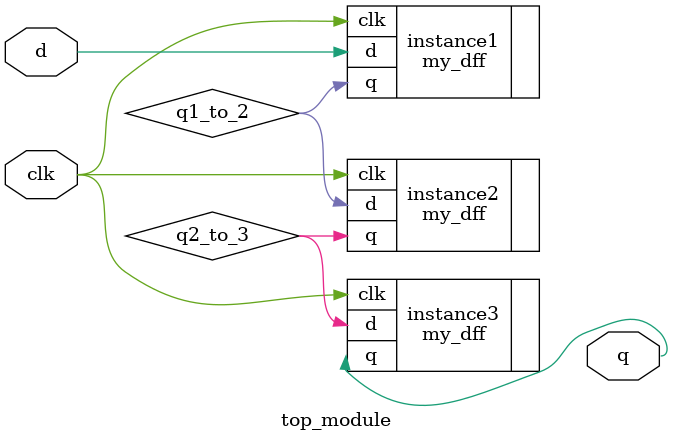
<source format=v>
module top_module (
  input clk,
  input d,
  output q
);

  wire q1_to_2;
  wire q2_to_3;

  my_dff instance1(
    .clk(clk),
    .d(d),
    .q(q1_to_2)
  );

  my_dff instance2(
    .clk(clk),
    .d(q1_to_2),
    .q(q2_to_3)
  );

  my_dff instance3(
    .clk(clk),
    .d(q2_to_3),
    .q(q)
  );

endmodule

</source>
